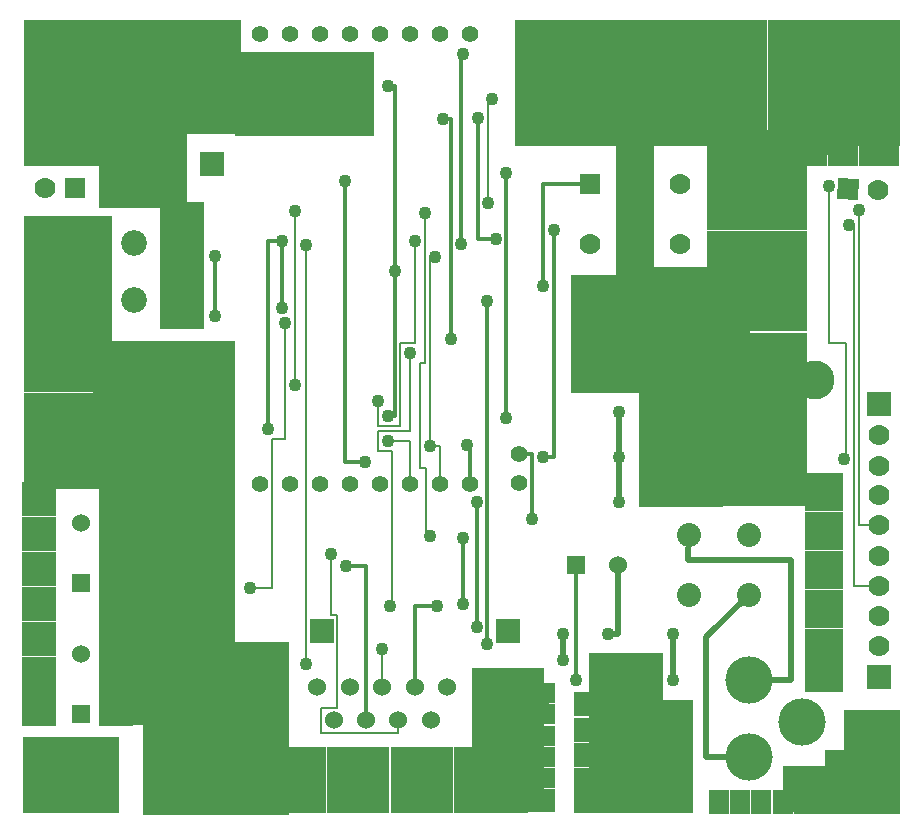
<source format=gbr>
G04 GERBER ASCII OUTPUT FROM: EDWIN 2000 (VER. 1.1 REV. 20011025)*
G04 GERBER FORMAT: RX-274-X*
G04 BOARD: SMART_APP_BOARD*
G04 ARTWORK OF SOLD.LAYER POSITIVE*
%ASAXBY*%
%FSLAX24Y24*%
%MIA0B0*%
%MOIN*%
%OFA0.0000B0.0000*%
%SFA1B1*%
%IJA0B0*%
%INLAYER29POS*%
%IOA0B0*%
%IPPOS*%
%IR0*%
G04 APERTURE MACROS*
%AMEDWDONUT*
1,1,$1,$2,$3*
1,0,$4,$2,$3*
%
%AMEDWFRECT*
2,1,$1,$2,$3,$4,$5,$6*
%
%AMEDWORECT*
2,1,$1,$2,$3,$4,$5,$10*
2,1,$1,$4,$5,$6,$7,$10*
2,1,$1,$6,$7,$8,$9,$10*
2,1,$1,$8,$9,$2,$3,$10*
1,1,$1,$2,$3*
1,1,$1,$4,$5*
1,1,$1,$6,$7*
1,1,$1,$8,$9*
%
%AMEDWLINER*
2,1,$1,$2,$3,$4,$5,$6*
1,1,$1,$2,$3*
1,1,$1,$4,$5*
%
%AMEDWFTRNG*
4,1,3,$1,$2,$3,$4,$5,$6,$7,$8,$9*
%
%AMEDWATRNG*
4,1,3,$1,$2,$3,$4,$5,$6,$7,$8,$9*
2,1,$11,$1,$2,$3,$4,$10*
2,1,$11,$3,$4,$5,$6,$10*
2,1,$11,$5,$6,$7,$8,$10*
1,1,$11,$3,$4*
1,1,$11,$5,$6*
1,1,$11,$7,$8*
%
%AMEDWOTRNG*
2,1,$1,$2,$3,$4,$5,$8*
2,1,$1,$4,$5,$6,$7,$8*
2,1,$1,$6,$7,$2,$3,$8*
1,1,$1,$2,$3*
1,1,$1,$4,$5*
1,1,$1,$6,$7*
%
G04*
G04 APERTURE LIST*
%ADD10R,0.0650X0.0700*%
%ADD11R,0.0890X0.0940*%
%ADD12R,0.0550X0.0600*%
%ADD13R,0.0790X0.0840*%
%ADD14R,0.0900X0.0350*%
%ADD15R,0.1140X0.0590*%
%ADD16R,0.0800X0.0250*%
%ADD17R,0.1040X0.0490*%
%ADD18R,0.0350X0.0900*%
%ADD19R,0.0590X0.1140*%
%ADD20R,0.0250X0.0800*%
%ADD21R,0.0490X0.1040*%
%ADD22R,0.0700X0.0650*%
%ADD23R,0.0940X0.0890*%
%ADD24R,0.0600X0.0550*%
%ADD25R,0.0840X0.0790*%
%ADD26R,0.0700X0.0700*%
%ADD27R,0.0940X0.0940*%
%ADD28R,0.0600X0.0600*%
%ADD29R,0.0840X0.0840*%
%ADD30R,0.0570X0.0970*%
%ADD31R,0.0810X0.1210*%
%ADD32R,0.0470X0.0870*%
%ADD33R,0.0710X0.1110*%
%ADD34R,0.1520X0.0970*%
%ADD35R,0.1760X0.1210*%
%ADD36R,0.1420X0.0870*%
%ADD37R,0.1660X0.1110*%
%ADD38R,0.0760X0.0760*%
%ADD39R,0.1000X0.1000*%
%ADD40R,0.0800X0.0800*%
%ADD41R,0.1040X0.1040*%
%ADD42EDWFRECT,0.0800X0.03999X-0.0007X-0.03999X0.0007X0.0000*%
%ADD43EDWFRECT,0.0800X0.03999X0.0007X-0.03999X-0.0007X0.0000*%
%ADD44EDWFRECT,0.1040X0.05199X-0.00091X-0.05199X0.00091X0.0000*%
%ADD45EDWFRECT,0.1040X0.05199X0.00091X-0.05199X-0.00091X0.0000*%
%ADD46EDWFRECT,0.0700X0.03499X-0.00061X-0.03499X0.00061X0.0000*%
%ADD47EDWFRECT,0.0700X0.03499X0.00061X-0.03499X-0.00061X0.0000*%
%ADD48EDWFRECT,0.0940X0.04699X-0.00082X-0.04699X0.00082X0.0000*%
%ADD49EDWFRECT,0.0940X0.04699X0.00082X-0.04699X-0.00082X0.0000*%
%ADD50R,0.0580X0.0500*%
%ADD51R,0.0820X0.0740*%
%ADD52R,0.0480X0.0400*%
%ADD53R,0.0720X0.0640*%
%ADD54R,0.0500X0.0580*%
%ADD55R,0.0740X0.0820*%
%ADD56R,0.0400X0.0480*%
%ADD57R,0.0640X0.0720*%
%ADD58R,0.0900X0.0900*%
%ADD59R,0.1140X0.1140*%
%ADD60C,0.0010*%
%ADD62C,0.0020*%
%ADD63R,0.0020X0.0020*%
%ADD64C,0.0030*%
%ADD65R,0.0030X0.0030*%
%ADD66C,0.0040*%
%ADD67R,0.0040X0.0040*%
%ADD68C,0.0050*%
%ADD69R,0.0050X0.0050*%
%ADD70C,0.00787*%
%ADD71R,0.00787X0.00787*%
%ADD72C,0.0080*%
%ADD74C,0.00894*%
%ADD76C,0.00984*%
%ADD77R,0.00984X0.00984*%
%ADD78C,0.0120*%
%ADD80C,0.01287*%
%ADD82C,0.01299*%
%ADD84C,0.0130*%
%ADD86C,0.01969*%
%ADD87R,0.01969X0.01969*%
%ADD88C,0.0200*%
%ADD90C,0.0290*%
%ADD92C,0.0320*%
%ADD94C,0.03294*%
%ADD96C,0.03295*%
%ADD98C,0.03384*%
%ADD100C,0.0360*%
%ADD102C,0.03687*%
%ADD104C,0.03699*%
%ADD106C,0.0370*%
%ADD108C,0.03937*%
%ADD109R,0.03937X0.03937*%
%ADD110C,0.04331*%
%ADD112C,0.0440*%
%ADD114C,0.0500*%
%ADD115R,0.0500X0.0500*%
%ADD116C,0.0560*%
%ADD117R,0.0560X0.0560*%
%ADD118C,0.05906*%
%ADD119R,0.05906X0.05906*%
%ADD120C,0.0600*%
%ADD121R,0.0600X0.0600*%
%ADD122C,0.0620*%
%ADD124C,0.0652*%
%ADD125R,0.0652X0.0652*%
%ADD126C,0.0660*%
%ADD127R,0.0660X0.0660*%
%ADD128C,0.06693*%
%ADD129R,0.06693X0.06693*%
%ADD130C,0.06906*%
%ADD131R,0.06906X0.06906*%
%ADD132C,0.0700*%
%ADD133R,0.0700X0.0700*%
%ADD134C,0.07087*%
%ADD135R,0.07087X0.07087*%
%ADD136C,0.0760*%
%ADD138C,0.0800*%
%ADD140C,0.08306*%
%ADD142C,0.0840*%
%ADD143R,0.0840X0.0840*%
%ADD144C,0.0860*%
%ADD146C,0.0880*%
%ADD147R,0.0880X0.0880*%
%ADD148C,0.0892*%
%ADD149R,0.0892X0.0892*%
%ADD150C,0.0940*%
%ADD151R,0.0940X0.0940*%
%ADD152C,0.09487*%
%ADD153R,0.09487X0.09487*%
%ADD154C,0.0960*%
%ADD156C,0.1000*%
%ADD158C,0.1040*%
%ADD160C,0.10488*%
%ADD161R,0.10488X0.10488*%
%ADD162C,0.10772*%
%ADD163R,0.10772X0.10772*%
%ADD164C,0.1100*%
%ADD166C,0.1100*%
%ADD168C,0.1120*%
%ADD170C,0.11339*%
%ADD171R,0.11339X0.11339*%
%ADD172C,0.11622*%
%ADD173R,0.11622X0.11622*%
%ADD174C,0.1200*%
%ADD176C,0.12472*%
%ADD177R,0.12472X0.12472*%
%ADD178C,0.12756*%
%ADD179R,0.12756X0.12756*%
%ADD180C,0.12888*%
%ADD181R,0.12888X0.12888*%
%ADD182C,0.1300*%
%ADD184C,0.13039*%
%ADD185R,0.13039X0.13039*%
%ADD186C,0.13172*%
%ADD187R,0.13172X0.13172*%
%ADD188C,0.13323*%
%ADD189R,0.13323X0.13323*%
%ADD190C,0.13739*%
%ADD191R,0.13739X0.13739*%
%ADD192C,0.1389*%
%ADD193R,0.1389X0.1389*%
%ADD194C,0.1400*%
%ADD196C,0.14022*%
%ADD197R,0.14022X0.14022*%
%ADD198C,0.1474*%
%ADD199R,0.1474X0.1474*%
%ADD200C,0.14872*%
%ADD201R,0.14872X0.14872*%
%ADD202C,0.1500*%
%ADD204C,0.15156*%
%ADD205R,0.15156X0.15156*%
%ADD206C,0.1540*%
%ADD208C,0.15439*%
%ADD209R,0.15439X0.15439*%
%ADD210C,0.15723*%
%ADD211R,0.15723X0.15723*%
%ADD212C,0.15748*%
%ADD214C,0.1629*%
%ADD215R,0.1629X0.1629*%
%ADD216C,0.1640*%
%ADD218C,0.1714*%
%ADD219R,0.1714X0.1714*%
%ADD220C,0.18709*%
%ADD221R,0.18709X0.18709*%
%ADD222C,0.19685*%
%ADD225R,0.20409X0.20409*%
%ADD227R,0.20693X0.20693*%
%ADD229R,0.20976X0.20976*%
%ADD231R,0.21109X0.21109*%
%ADD233R,0.22677X0.22677*%
%ADD235R,0.22809X0.22809*%
%ADD237R,0.23093X0.23093*%
%ADD239R,0.23376X0.23376*%
%ADD241R,0.24094X0.24094*%
%ADD243R,0.24661X0.24661*%
%ADD245R,0.25077X0.25077*%
%ADD247R,0.25228X0.25228*%
%ADD249R,0.25512X0.25512*%
%ADD251R,0.26494X0.26494*%
%ADD253R,0.27061X0.27061*%
%ADD255R,0.27213X0.27213*%
%ADD257R,0.27628X0.27628*%
%ADD259R,0.27912X0.27912*%
%ADD261R,0.28346X0.28346*%
%ADD263R,0.2948X0.2948*%
%ADD265R,0.29613X0.29613*%
%ADD267R,0.30746X0.30746*%
%ADD269R,0.31181X0.31181*%
%ADD271R,0.3188X0.3188*%
%ADD273R,0.32031X0.32031*%
%ADD275R,0.32598X0.32598*%
%ADD277R,0.33581X0.33581*%
%ADD279R,0.33732X0.33732*%
%ADD281R,0.34431X0.34431*%
%ADD283R,0.34539X0.34539*%
%ADD285R,0.34583X0.34583*%
%ADD287R,0.34998X0.34998*%
%ADD289R,0.3515X0.3515*%
%ADD291R,0.36132X0.36132*%
%ADD293R,0.36939X0.36939*%
%ADD295R,0.36983X0.36983*%
%ADD297R,0.37417X0.37417*%
%ADD299R,0.3755X0.3755*%
%ADD301R,0.38835X0.38835*%
%ADD303R,0.39402X0.39402*%
%ADD305R,0.39817X0.39817*%
%ADD307R,0.39969X0.39969*%
%ADD309R,0.41235X0.41235*%
%ADD311R,0.41669X0.41669*%
%ADD313R,0.41802X0.41802*%
%ADD315R,0.42236X0.42236*%
%ADD317R,0.42369X0.42369*%
%ADD319R,0.44069X0.44069*%
%ADD321R,0.44636X0.44636*%
%ADD323R,0.46488X0.46488*%
%ADD325R,0.47339X0.47339*%
%ADD327R,0.48472X0.48472*%
%ADD329R,0.48888X0.48888*%
%ADD331R,0.49739X0.49739*%
%ADD333R,0.50872X0.50872*%
%ADD335R,0.52157X0.52157*%
%ADD337R,0.53291X0.53291*%
%ADD339R,0.54425X0.54425*%
%ADD341R,0.54557X0.54557*%
%ADD343R,0.55691X0.55691*%
%ADD345R,0.56409X0.56409*%
%ADD347R,0.56825X0.56825*%
%ADD349R,0.58809X0.58809*%
%ADD351R,0.7200X0.7200*%
%ADD353R,0.72567X0.72567*%
%ADD355R,0.7440X0.7440*%
%ADD357R,0.74967X0.74967*%
%ADD359R,0.81638X0.81638*%
%ADD361R,0.84038X0.84038*%
%ADD363R,0.88441X0.88441*%
%ADD365R,0.90841X0.90841*%
%ADD367R,0.9411X0.9411*%
%ADD369R,0.9651X0.9651*%
%ADD371R,0.99496X0.99496*%
%ADD373R,1.01896X1.01896*%
%ADD375R,1.28693X1.28693*%
%ADD377R,1.28976X1.28976*%
%ADD379R,1.29543X1.29543*%
%ADD381R,1.31093X1.31093*%
%ADD383R,1.31376X1.31376*%
%ADD385R,1.31943X1.31943*%
%ADD386C,1.41943*%
%ADD387R,1.41943X1.41943*%
%ADD388C,1.51943*%
%ADD389R,1.51943X1.51943*%
%ADD390C,1.61943*%
%ADD391R,1.61943X1.61943*%
%ADD392C,1.71943*%
%ADD393R,1.71943X1.71943*%
%ADD394C,1.81943*%
%ADD395R,1.81943X1.81943*%
%ADD396C,1.91943*%
%ADD397R,1.91943X1.91943*%
G04*
D156*
X1181Y25197D02*D03*
D138*
X24173Y7311D02*D03*
X24173Y9311D02*D03*
X22173Y9311D02*D03*
X22173Y7311D02*D03*
D212*
X24173Y4449D02*D03*
X25945Y3071D02*D03*
X24173Y1890D02*D03*
D28* 
X18423Y8287D02*D03*
D120*
X19823Y8287D02*D03*
D116*
X7874Y25984D02*D03*
X8874Y25984D02*D03*
X9874Y25984D02*D03*
X10874Y25984D02*D03*
X11874Y25984D02*D03*
X12874Y25984D02*D03*
X13874Y25984D02*D03*
X14874Y25984D02*D03*
X14874Y10984D02*D03*
X13874Y10984D02*D03*
X12874Y10984D02*D03*
X11874Y10984D02*D03*
X10874Y10984D02*D03*
X9874Y10984D02*D03*
X8874Y10984D02*D03*
X7874Y10984D02*D03*
X16535Y11024D02*D03*
X16535Y12008D02*D03*
D118*
X26083Y24508D02*D03*
X3248Y12402D02*D03*
D144*
X3701Y19036D02*D03*
X3701Y17116D02*D03*
D28* 
X1909Y7695D02*D03*
D120*
X1909Y9695D02*D03*
D28* 
X1909Y3344D02*D03*
D120*
X1909Y5344D02*D03*
D132*
X28524Y5606D02*D03*
X28524Y6606D02*D03*
X28524Y7606D02*D03*
X28524Y8606D02*D03*
X28505Y9633D02*D03*
X28524Y10616D02*D03*
X28524Y11598D02*D03*
X28524Y12638D02*D03*
D26* 
X18898Y20996D02*D03*
D132*
X18898Y18996D02*D03*
X21898Y18996D02*D03*
X21898Y20996D02*D03*
D120*
X14120Y4241D02*D03*
X13040Y4241D02*D03*
X11960Y4241D02*D03*
X10880Y4241D02*D03*
X9800Y4241D02*D03*
X13580Y3121D02*D03*
X12500Y3121D02*D03*
X11420Y3121D02*D03*
X10340Y3121D02*D03*
D182*
X16880Y3681D02*D03*
X7040Y3681D02*D03*
D46* 
X27500Y20827D02*D03*
D132*
X28500Y20809D02*D03*
D26* 
X1734Y20870D02*D03*
D132*
X734Y20870D02*D03*
D156*
X1181Y1181D02*D03*
X27953Y1181D02*D03*
X27953Y25197D02*D03*
D40* 
X28524Y13661D02*D03*
X28526Y4570D02*D03*
X6299Y21654D02*D03*
D182*
X2938Y22496D02*D03*
X2949Y14517D02*D03*
X26437Y22504D02*D03*
X26393Y14458D02*D03*
D40* 
X16142Y6102D02*D03*
X9941Y6102D02*D03*
D110*
X12374Y18106D02*D03*
X12162Y13261D02*D03*
X15126Y10394D02*D03*
X15126Y6240D02*D03*
X21639Y5984D02*D03*
X21639Y4449D02*D03*
X12374Y18106D02*D03*
X12162Y24268D02*D03*
X19863Y10408D02*D03*
X19863Y11909D02*D03*
X14586Y18996D02*D03*
X14664Y25315D02*D03*
X13554Y12273D02*D03*
X13554Y12273D02*D03*
X13714Y18576D02*D03*
X15501Y20361D02*D03*
X15631Y23819D02*D03*
X16101Y21361D02*D03*
X16101Y13189D02*D03*
X10770Y8274D02*D03*
X14638Y7009D02*D03*
X14638Y9206D02*D03*
X6374Y16604D02*D03*
X6374Y18606D02*D03*
X19482Y5984D02*D03*
X17985Y5984D02*D03*
X17985Y5130D02*D03*
X17313Y17606D02*D03*
X16960Y9823D02*D03*
X19863Y11909D02*D03*
X19863Y13390D02*D03*
X10736Y21106D02*D03*
X11392Y11721D02*D03*
X26847Y20920D02*D03*
X27347Y11826D02*D03*
X14249Y15823D02*D03*
X13976Y23168D02*D03*
X12205Y6941D02*D03*
X12896Y15361D02*D03*
X15463Y17106D02*D03*
X15445Y5670D02*D03*
X14783Y12289D02*D03*
X12162Y12428D02*D03*
X17675Y19466D02*D03*
X17322Y11909D02*D03*
X9041Y14307D02*D03*
X9041Y20106D02*D03*
X7553Y7524D02*D03*
X18423Y4449D02*D03*
X8624Y19106D02*D03*
X8624Y16861D02*D03*
X8624Y19106D02*D03*
X8169Y12831D02*D03*
X11960Y5494D02*D03*
X13786Y6941D02*D03*
X9421Y18968D02*D03*
X9421Y4997D02*D03*
X13041Y19084D02*D03*
X11826Y13774D02*D03*
X27507Y19626D02*D03*
X13378Y20025D02*D03*
X13541Y9251D02*D03*
X27844Y20140D02*D03*
X10257Y8667D02*D03*
X15165Y23202D02*D03*
X15765Y19178D02*D03*
X8704Y16348D02*D03*
D299*
X1887Y24586D02*D03*
X5389Y24586D02*D03*
X1887Y24514D02*D03*
X5389Y24514D02*D03*
D171*
X576Y22154D02*D03*
X1710Y22154D02*D03*
X2844Y22154D02*D03*
X3978Y22154D02*D03*
X4885Y22154D02*D03*
X576Y22154D02*D03*
X1710Y22154D02*D03*
X2844Y22154D02*D03*
X3978Y22154D02*D03*
X4885Y22154D02*D03*
D263*
X1483Y18469D02*D03*
X1483Y15521D02*D03*
X1483Y12573D02*D03*
X1483Y12290D02*D03*
D325*
X4701Y13381D02*D03*
X4701Y13183D02*D03*
D197*
X3205Y20943D02*D03*
X4607Y20943D02*D03*
X4751Y20943D02*D03*
X3205Y20900D02*D03*
X4607Y20900D02*D03*
X4751Y20900D02*D03*
D199*
X5282Y19660D02*D03*
X5282Y18186D02*D03*
X5282Y16882D02*D03*
D261*
X8457Y23997D02*D03*
X10271Y23997D02*D03*
X8457Y23997D02*D03*
X10271Y23997D02*D03*
D315*
X18477Y24351D02*D03*
X22701Y24351D02*D03*
X26924Y24351D02*D03*
X27123Y24351D02*D03*
X18477Y24351D02*D03*
X22701Y24351D02*D03*
X26924Y24351D02*D03*
X27123Y24351D02*D03*
D179*
X20376Y21942D02*D03*
X20376Y20666D02*D03*
X20376Y19391D02*D03*
X20376Y18115D02*D03*
X20376Y16839D02*D03*
X20376Y15564D02*D03*
X20376Y14770D02*D03*
D279*
X24458Y21120D02*D03*
X24458Y17746D02*D03*
X24458Y14373D02*D03*
X24458Y11935D02*D03*
D301*
X22276Y16301D02*D03*
X22276Y15989D02*D03*
D303*
X20206Y15989D02*D03*
X21595Y15989D02*D03*
X20206Y15989D02*D03*
X21595Y15989D02*D03*
D261*
X21921Y12942D02*D03*
X21921Y11638D02*D03*
D161*
X26272Y22112D02*D03*
X27321Y22112D02*D03*
X28370Y22112D02*D03*
X28682Y22112D02*D03*
X26272Y22112D02*D03*
X27321Y22112D02*D03*
X28370Y22112D02*D03*
X28682Y22112D02*D03*
D185*
X26683Y10731D02*D03*
X26683Y9427D02*D03*
X26683Y8123D02*D03*
X26683Y6819D02*D03*
X26683Y5515D02*D03*
X26683Y4693D02*D03*
D231*
X27739Y1086D02*D03*
X28179Y1086D02*D03*
X27739Y1043D02*D03*
X28179Y1043D02*D03*
D221*
X28271Y2539D02*D03*
X28271Y2312D02*D03*
D211*
X26081Y845D02*D03*
X26606Y845D02*D03*
X26081Y830D02*D03*
X26606Y830D02*D03*
D243*
X20093Y4140D02*D03*
X20093Y1674D02*D03*
X20093Y1249D02*D03*
D189*
X21652Y3120D02*D03*
X21652Y1787D02*D03*
X21652Y682D02*D03*
D241*
X16153Y3658D02*D03*
X16153Y1249D02*D03*
X16153Y1249D02*D03*
D143*
X18780Y3649D02*D03*
X18770Y3649D02*D03*
X18780Y2809D02*D03*
X18770Y2809D02*D03*
X18780Y1969D02*D03*
X18770Y1969D02*D03*
X18780Y1129D02*D03*
X18770Y1129D02*D03*
X18780Y436D02*D03*
X18770Y436D02*D03*
D135*
X17372Y4027D02*D03*
X17372Y3318D02*D03*
X17372Y2609D02*D03*
X17372Y1901D02*D03*
X17372Y1192D02*D03*
X17372Y483D02*D03*
X17372Y398D02*D03*
X23183Y455D02*D03*
X23891Y455D02*D03*
X24600Y455D02*D03*
X25309Y455D02*D03*
X26017Y455D02*D03*
X26641Y455D02*D03*
X23183Y342D02*D03*
X23891Y342D02*D03*
X24600Y342D02*D03*
X25309Y342D02*D03*
X26017Y342D02*D03*
X26641Y342D02*D03*
D231*
X9059Y1200D02*D03*
X11169Y1200D02*D03*
X13280Y1200D02*D03*
X15391Y1200D02*D03*
X15792Y1200D02*D03*
X9059Y1071D02*D03*
X11169Y1071D02*D03*
X13280Y1071D02*D03*
X15391Y1071D02*D03*
X15792Y1071D02*D03*
D249*
X1257Y1291D02*D03*
X1909Y1291D02*D03*
X1257Y1291D02*D03*
X1909Y1291D02*D03*
D255*
X4573Y4353D02*D03*
X7294Y4353D02*D03*
X7493Y4353D02*D03*
X4573Y4324D02*D03*
X7294Y4324D02*D03*
X7493Y4324D02*D03*
D285*
X5735Y1688D02*D03*
X7124Y1688D02*D03*
X5735Y1688D02*D03*
X7124Y1688D02*D03*
D307*
X5041Y9129D02*D03*
X5041Y6890D02*D03*
D173*
X534Y10490D02*D03*
X534Y9328D02*D03*
X534Y8165D02*D03*
X534Y7003D02*D03*
X534Y5841D02*D03*
X534Y4679D02*D03*
X534Y3517D02*D03*
X534Y3488D02*D03*
D171*
X3071Y10816D02*D03*
X3071Y9682D02*D03*
X3071Y8548D02*D03*
X3071Y7414D02*D03*
X3071Y6280D02*D03*
X3071Y5146D02*D03*
X3071Y4013D02*D03*
X3071Y3502D02*D03*
D82* 
X15126Y6240D02*
X15126Y10394D01*
D88* 
X21639Y4449D02*
X21639Y5984D01*
D84* 
X12162Y24268D02*
X12374Y24268D01*
X12374Y18106D01*
D88* 
X19863Y11909D02*
X19863Y10408D01*
D72* 
X14664Y25315D02*
X14586Y25315D01*
D82* 
X14586Y18996D01*
D72* 
X13554Y12273D02*
X13874Y12273D01*
X13874Y10984D01*
X13714Y18576D02*
X13554Y18576D01*
X13554Y12273D01*
D84* 
X6374Y18606D02*
X6374Y16604D01*
D88* 
X19482Y5984D02*
X19823Y5984D01*
X19823Y8287D01*
X17985Y5130D02*
X17985Y5984D01*
D84* 
X18898Y20996D02*
X17313Y20996D01*
X17313Y17606D01*
X16535Y12008D02*
X16960Y12008D01*
X16960Y9823D01*
D88* 
X19863Y13390D02*
X19863Y11909D01*
D84* 
X12162Y13261D02*
X12374Y13261D01*
X12374Y18106D01*
D82* 
X10770Y8274D02*
X11420Y8274D01*
X11420Y3121D01*
D88* 
X24173Y1890D02*
X22746Y1896D01*
X22746Y5887D01*
X24173Y7311D01*
D82* 
X14638Y9206D02*
X14638Y7009D01*
D72* 
X12874Y10984D02*
X12874Y12428D01*
X12162Y12428D01*
D82* 
X17322Y11909D02*
X17675Y11909D01*
X17675Y19466D01*
D72* 
X9041Y20106D02*
X9041Y14307D01*
X15631Y23819D02*
X15501Y23819D01*
X15501Y20361D01*
D82* 
X16101Y13189D02*
X16101Y21361D01*
D88* 
X24173Y4449D02*
X25591Y4454D01*
X25591Y8465D01*
X22146Y8465D01*
X22173Y9311D01*
D82* 
X13040Y4241D02*
X13040Y6941D01*
X13786Y6941D01*
D72* 
X9421Y4997D02*
X9421Y18968D01*
X11826Y13774D02*
X11826Y12925D01*
X12559Y12925D01*
X12559Y15698D01*
X13041Y15698D01*
X13041Y19084D01*
X28524Y7606D02*
X27684Y7606D01*
X27684Y19626D01*
X27507Y19626D01*
X13541Y9251D02*
X13434Y9251D01*
X13434Y11544D01*
X13218Y11544D01*
X13218Y15025D01*
X13378Y15025D01*
X13378Y20025D01*
X28505Y9633D02*
X27844Y9633D01*
X27844Y20140D01*
D82* 
X11392Y11721D02*
X10736Y11721D01*
X10736Y21106D01*
D72* 
X27347Y11826D02*
X27432Y11826D01*
X27432Y15682D01*
X26847Y15682D01*
X26847Y20920D01*
D82* 
X13976Y23168D02*
X14249Y23168D01*
X14249Y15823D01*
D72* 
X12896Y15361D02*
X12896Y12765D01*
X11826Y12765D01*
X11826Y12092D01*
X12274Y12092D01*
X12274Y6941D01*
X12205Y6941D01*
X15445Y5670D02*
X15463Y5670D01*
D82* 
X15463Y17106D01*
D72* 
X14783Y12289D02*
X14874Y12289D01*
D82* 
X14874Y10984D01*
X15765Y19178D02*
X15165Y19178D01*
X15165Y23202D01*
D72* 
X7553Y7524D02*
X8274Y7524D01*
X8274Y12494D01*
X8704Y12494D01*
X8704Y16348D01*
D82* 
X18423Y4449D02*
X18423Y8287D01*
X8624Y16861D02*
X8624Y19106D01*
X8169Y12831D02*
X8169Y19106D01*
X8624Y19106D01*
D72* 
X11960Y4241D02*
X11960Y5494D01*
X10257Y8667D02*
X10257Y6622D01*
X10461Y6622D01*
X10461Y4661D01*
X10460Y4661D01*
X10460Y3541D01*
X9920Y3541D01*
X9920Y2701D01*
X12500Y2701D01*
X12500Y3121D01*
M02*

</source>
